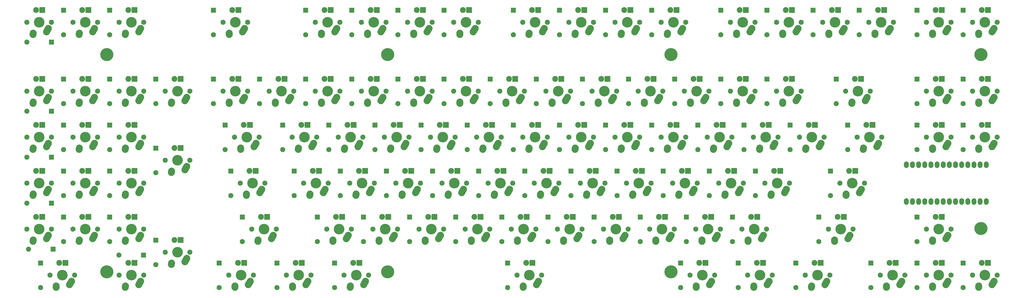
<source format=gbs>
G04 #@! TF.FileFunction,Soldermask,Bot*
%FSLAX46Y46*%
G04 Gerber Fmt 4.6, Leading zero omitted, Abs format (unit mm)*
G04 Created by KiCad (PCBNEW 4.0.2-stable) date Monday, June 06, 2016 'PMt' 04:27:19 PM*
%MOMM*%
G01*
G04 APERTURE LIST*
%ADD10C,0.150000*%
%ADD11C,5.400000*%
%ADD12C,2.099260*%
%ADD13R,2.099260X2.099260*%
%ADD14C,4.387810*%
%ADD15C,2.101810*%
%ADD16C,2.900000*%
%ADD17R,2.400000X2.400000*%
%ADD18C,2.400000*%
%ADD19O,2.000000X2.700000*%
G04 APERTURE END LIST*
D10*
D11*
X299000000Y-132000000D03*
D12*
X286277540Y-119460520D03*
D13*
X286277540Y-109300520D03*
D11*
X427000000Y-42000000D03*
X299000000Y-42000000D03*
X427000000Y-114000000D03*
X182000000Y-132000000D03*
X182000000Y-42000000D03*
D12*
X419627540Y-138510520D03*
D13*
X419627540Y-128350520D03*
D14*
X428625000Y-133350000D03*
D15*
X433705000Y-133350000D03*
X423545000Y-133350000D03*
D16*
X431624547Y-137349954D02*
X432435453Y-135890046D01*
X426085276Y-138429328D02*
X426124724Y-137850672D01*
D17*
X429895000Y-128270000D03*
D18*
X427355000Y-128270000D03*
D12*
X400577540Y-138510520D03*
D13*
X400577540Y-128350520D03*
D14*
X409575000Y-133350000D03*
D15*
X414655000Y-133350000D03*
X404495000Y-133350000D03*
D16*
X412574547Y-137349954D02*
X413385453Y-135890046D01*
X407035276Y-138429328D02*
X407074724Y-137850672D01*
D17*
X410845000Y-128270000D03*
D18*
X408305000Y-128270000D03*
D12*
X381527540Y-138510520D03*
D13*
X381527540Y-128350520D03*
D14*
X390525000Y-133350000D03*
D15*
X395605000Y-133350000D03*
X385445000Y-133350000D03*
D16*
X393524547Y-137349954D02*
X394335453Y-135890046D01*
X387985276Y-138429328D02*
X388024724Y-137850672D01*
D17*
X391795000Y-128270000D03*
D18*
X389255000Y-128270000D03*
D12*
X350571290Y-138510520D03*
D13*
X350571290Y-128350520D03*
D14*
X359568750Y-133350000D03*
D15*
X364648750Y-133350000D03*
X354488750Y-133350000D03*
D16*
X362568297Y-137349954D02*
X363379203Y-135890046D01*
X357029026Y-138429328D02*
X357068474Y-137850672D01*
D17*
X360838750Y-128270000D03*
D18*
X358298750Y-128270000D03*
D12*
X326758790Y-138510520D03*
D13*
X326758790Y-128350520D03*
D14*
X335756250Y-133350000D03*
D15*
X340836250Y-133350000D03*
X330676250Y-133350000D03*
D16*
X338755797Y-137349954D02*
X339566703Y-135890046D01*
X333216526Y-138429328D02*
X333255974Y-137850672D01*
D17*
X337026250Y-128270000D03*
D18*
X334486250Y-128270000D03*
D12*
X303000000Y-138510520D03*
D13*
X303000000Y-128350520D03*
D14*
X311943750Y-133350000D03*
D15*
X317023750Y-133350000D03*
X306863750Y-133350000D03*
D16*
X314943297Y-137349954D02*
X315754203Y-135890046D01*
X309404026Y-138429328D02*
X309443474Y-137850672D01*
D17*
X313213750Y-128270000D03*
D18*
X310673750Y-128270000D03*
D12*
X231508790Y-138510520D03*
D13*
X231508790Y-128350520D03*
D14*
X240506250Y-133350000D03*
D15*
X245586250Y-133350000D03*
X235426250Y-133350000D03*
D16*
X243505797Y-137349954D02*
X244316703Y-135890046D01*
X237966526Y-138429328D02*
X238005974Y-137850672D01*
D17*
X241776250Y-128270000D03*
D18*
X239236250Y-128270000D03*
D12*
X160071290Y-138510520D03*
D13*
X160071290Y-128350520D03*
D14*
X169068750Y-133350000D03*
D15*
X174148750Y-133350000D03*
X163988750Y-133350000D03*
D16*
X172068297Y-137349954D02*
X172879203Y-135890046D01*
X166529026Y-138429328D02*
X166568474Y-137850672D01*
D17*
X170338750Y-128270000D03*
D18*
X167798750Y-128270000D03*
D12*
X136258790Y-138510520D03*
D13*
X136258790Y-128350520D03*
D14*
X145256250Y-133350000D03*
D15*
X150336250Y-133350000D03*
X140176250Y-133350000D03*
D16*
X148255797Y-137349954D02*
X149066703Y-135890046D01*
X142716526Y-138429328D02*
X142755974Y-137850672D01*
D17*
X146526250Y-128270000D03*
D18*
X143986250Y-128270000D03*
D12*
X112446290Y-138510520D03*
D13*
X112446290Y-128350520D03*
D14*
X121443750Y-133350000D03*
D15*
X126523750Y-133350000D03*
X116363750Y-133350000D03*
D16*
X124443297Y-137349954D02*
X125254203Y-135890046D01*
X118904026Y-138429328D02*
X118943474Y-137850672D01*
D17*
X122713750Y-128270000D03*
D18*
X120173750Y-128270000D03*
D12*
X71000000Y-125000000D03*
D13*
X81160000Y-125000000D03*
D14*
X76200000Y-133350000D03*
D15*
X81280000Y-133350000D03*
X71120000Y-133350000D03*
D16*
X79199547Y-137349954D02*
X80010453Y-135890046D01*
X73660276Y-138429328D02*
X73699724Y-137850672D01*
D17*
X77470000Y-128270000D03*
D18*
X74930000Y-128270000D03*
D12*
X38627540Y-138510520D03*
D13*
X38627540Y-128350520D03*
D14*
X47625000Y-133350000D03*
D15*
X52705000Y-133350000D03*
X42545000Y-133350000D03*
D16*
X50624547Y-137349954D02*
X51435453Y-135890046D01*
X45085276Y-138429328D02*
X45124724Y-137850672D01*
D17*
X48895000Y-128270000D03*
D18*
X46355000Y-128270000D03*
D12*
X400577540Y-119460520D03*
D13*
X400577540Y-109300520D03*
D14*
X409575000Y-114300000D03*
D15*
X414655000Y-114300000D03*
X404495000Y-114300000D03*
D16*
X412574547Y-118299954D02*
X413385453Y-116840046D01*
X407035276Y-119379328D02*
X407074724Y-118800672D01*
D17*
X410845000Y-109220000D03*
D18*
X408305000Y-109220000D03*
D12*
X360096290Y-119460520D03*
D13*
X360096290Y-109300520D03*
D14*
X369093750Y-114300000D03*
D15*
X374173750Y-114300000D03*
X364013750Y-114300000D03*
D16*
X372093297Y-118299954D02*
X372904203Y-116840046D01*
X366554026Y-119379328D02*
X366593474Y-118800672D01*
D17*
X370363750Y-109220000D03*
D18*
X367823750Y-109220000D03*
D12*
X324377540Y-119460520D03*
D13*
X324377540Y-109300520D03*
D14*
X333375000Y-114300000D03*
D15*
X338455000Y-114300000D03*
X328295000Y-114300000D03*
D16*
X336374547Y-118299954D02*
X337185453Y-116840046D01*
X330835276Y-119379328D02*
X330874724Y-118800672D01*
D17*
X334645000Y-109220000D03*
D18*
X332105000Y-109220000D03*
D12*
X305327540Y-119460520D03*
D13*
X305327540Y-109300520D03*
D14*
X314325000Y-114300000D03*
D15*
X319405000Y-114300000D03*
X309245000Y-114300000D03*
D16*
X317324547Y-118299954D02*
X318135453Y-116840046D01*
X311785276Y-119379328D02*
X311824724Y-118800672D01*
D17*
X315595000Y-109220000D03*
D18*
X313055000Y-109220000D03*
D14*
X295275000Y-114300000D03*
D15*
X300355000Y-114300000D03*
X290195000Y-114300000D03*
D16*
X298274547Y-118299954D02*
X299085453Y-116840046D01*
X292735276Y-119379328D02*
X292774724Y-118800672D01*
D17*
X296545000Y-109220000D03*
D18*
X294005000Y-109220000D03*
D12*
X267227540Y-119460520D03*
D13*
X267227540Y-109300520D03*
D14*
X276225000Y-114300000D03*
D15*
X281305000Y-114300000D03*
X271145000Y-114300000D03*
D16*
X279224547Y-118299954D02*
X280035453Y-116840046D01*
X273685276Y-119379328D02*
X273724724Y-118800672D01*
D17*
X277495000Y-109220000D03*
D18*
X274955000Y-109220000D03*
D12*
X248177540Y-119460520D03*
D13*
X248177540Y-109300520D03*
D14*
X257175000Y-114300000D03*
D15*
X262255000Y-114300000D03*
X252095000Y-114300000D03*
D16*
X260174547Y-118299954D02*
X260985453Y-116840046D01*
X254635276Y-119379328D02*
X254674724Y-118800672D01*
D17*
X258445000Y-109220000D03*
D18*
X255905000Y-109220000D03*
D12*
X229127540Y-119460520D03*
D13*
X229127540Y-109300520D03*
D14*
X238125000Y-114300000D03*
D15*
X243205000Y-114300000D03*
X233045000Y-114300000D03*
D16*
X241124547Y-118299954D02*
X241935453Y-116840046D01*
X235585276Y-119379328D02*
X235624724Y-118800672D01*
D17*
X239395000Y-109220000D03*
D18*
X236855000Y-109220000D03*
D12*
X210077540Y-119460520D03*
D13*
X210077540Y-109300520D03*
D14*
X219075000Y-114300000D03*
D15*
X224155000Y-114300000D03*
X213995000Y-114300000D03*
D16*
X222074547Y-118299954D02*
X222885453Y-116840046D01*
X216535276Y-119379328D02*
X216574724Y-118800672D01*
D17*
X220345000Y-109220000D03*
D18*
X217805000Y-109220000D03*
D12*
X191027540Y-119460520D03*
D13*
X191027540Y-109300520D03*
D14*
X200025000Y-114300000D03*
D15*
X205105000Y-114300000D03*
X194945000Y-114300000D03*
D16*
X203024547Y-118299954D02*
X203835453Y-116840046D01*
X197485276Y-119379328D02*
X197524724Y-118800672D01*
D17*
X201295000Y-109220000D03*
D18*
X198755000Y-109220000D03*
D12*
X171977540Y-119460520D03*
D13*
X171977540Y-109300520D03*
D14*
X180975000Y-114300000D03*
D15*
X186055000Y-114300000D03*
X175895000Y-114300000D03*
D16*
X183974547Y-118299954D02*
X184785453Y-116840046D01*
X178435276Y-119379328D02*
X178474724Y-118800672D01*
D17*
X182245000Y-109220000D03*
D18*
X179705000Y-109220000D03*
D12*
X152927540Y-119460520D03*
D13*
X152927540Y-109300520D03*
D14*
X161925000Y-114300000D03*
D15*
X167005000Y-114300000D03*
X156845000Y-114300000D03*
D16*
X164924547Y-118299954D02*
X165735453Y-116840046D01*
X159385276Y-119379328D02*
X159424724Y-118800672D01*
D17*
X163195000Y-109220000D03*
D18*
X160655000Y-109220000D03*
D12*
X121971290Y-119460520D03*
D13*
X121971290Y-109300520D03*
D14*
X130968750Y-114300000D03*
D15*
X136048750Y-114300000D03*
X125888750Y-114300000D03*
D16*
X133968297Y-118299954D02*
X134779203Y-116840046D01*
X128429026Y-119379328D02*
X128468474Y-118800672D01*
D17*
X132238750Y-109220000D03*
D18*
X129698750Y-109220000D03*
D12*
X86252540Y-128985520D03*
D13*
X86252540Y-118825520D03*
D14*
X95250000Y-123825000D03*
D15*
X100330000Y-123825000D03*
X90170000Y-123825000D03*
D16*
X98249547Y-127824954D02*
X99060453Y-126365046D01*
X92710276Y-128904328D02*
X92749724Y-128325672D01*
D17*
X96520000Y-118745000D03*
D18*
X93980000Y-118745000D03*
D12*
X67202540Y-119460520D03*
D13*
X67202540Y-109300520D03*
D14*
X76200000Y-114300000D03*
D15*
X81280000Y-114300000D03*
X71120000Y-114300000D03*
D16*
X79199547Y-118299954D02*
X80010453Y-116840046D01*
X73660276Y-119379328D02*
X73699724Y-118800672D01*
D17*
X77470000Y-109220000D03*
D18*
X74930000Y-109220000D03*
D12*
X48152540Y-119460520D03*
D13*
X48152540Y-109300520D03*
D14*
X57150000Y-114300000D03*
D15*
X62230000Y-114300000D03*
X52070000Y-114300000D03*
D16*
X60149547Y-118299954D02*
X60960453Y-116840046D01*
X54610276Y-119379328D02*
X54649724Y-118800672D01*
D17*
X58420000Y-109220000D03*
D18*
X55880000Y-109220000D03*
D12*
X33655000Y-122555000D03*
D13*
X43815000Y-122555000D03*
D14*
X38100000Y-114300000D03*
D15*
X43180000Y-114300000D03*
X33020000Y-114300000D03*
D16*
X41099547Y-118299954D02*
X41910453Y-116840046D01*
X35560276Y-119379328D02*
X35599724Y-118800672D01*
D17*
X39370000Y-109220000D03*
D18*
X36830000Y-109220000D03*
D12*
X364858790Y-100410520D03*
D13*
X364858790Y-90250520D03*
D14*
X373856250Y-95250000D03*
D15*
X378936250Y-95250000D03*
X368776250Y-95250000D03*
D16*
X376855797Y-99249954D02*
X377666703Y-97790046D01*
X371316526Y-100329328D02*
X371355974Y-99750672D01*
D17*
X375126250Y-90170000D03*
D18*
X372586250Y-90170000D03*
D12*
X333902540Y-100410520D03*
D13*
X333902540Y-90250520D03*
D14*
X342900000Y-95250000D03*
D15*
X347980000Y-95250000D03*
X337820000Y-95250000D03*
D16*
X345899547Y-99249954D02*
X346710453Y-97790046D01*
X340360276Y-100329328D02*
X340399724Y-99750672D01*
D17*
X344170000Y-90170000D03*
D18*
X341630000Y-90170000D03*
D12*
X314852540Y-100410520D03*
D13*
X314852540Y-90250520D03*
D14*
X323850000Y-95250000D03*
D15*
X328930000Y-95250000D03*
X318770000Y-95250000D03*
D16*
X326849547Y-99249954D02*
X327660453Y-97790046D01*
X321310276Y-100329328D02*
X321349724Y-99750672D01*
D17*
X325120000Y-90170000D03*
D18*
X322580000Y-90170000D03*
D12*
X295802540Y-100410520D03*
D13*
X295802540Y-90250520D03*
D14*
X304800000Y-95250000D03*
D15*
X309880000Y-95250000D03*
X299720000Y-95250000D03*
D16*
X307799547Y-99249954D02*
X308610453Y-97790046D01*
X302260276Y-100329328D02*
X302299724Y-99750672D01*
D17*
X306070000Y-90170000D03*
D18*
X303530000Y-90170000D03*
D12*
X276752540Y-100410520D03*
D13*
X276752540Y-90250520D03*
D14*
X285750000Y-95250000D03*
D15*
X290830000Y-95250000D03*
X280670000Y-95250000D03*
D16*
X288749547Y-99249954D02*
X289560453Y-97790046D01*
X283210276Y-100329328D02*
X283249724Y-99750672D01*
D17*
X287020000Y-90170000D03*
D18*
X284480000Y-90170000D03*
D12*
X257702540Y-100410520D03*
D13*
X257702540Y-90250520D03*
D14*
X266700000Y-95250000D03*
D15*
X271780000Y-95250000D03*
X261620000Y-95250000D03*
D16*
X269699547Y-99249954D02*
X270510453Y-97790046D01*
X264160276Y-100329328D02*
X264199724Y-99750672D01*
D17*
X267970000Y-90170000D03*
D18*
X265430000Y-90170000D03*
D12*
X238652540Y-100410520D03*
D13*
X238652540Y-90250520D03*
D14*
X247650000Y-95250000D03*
D15*
X252730000Y-95250000D03*
X242570000Y-95250000D03*
D16*
X250649547Y-99249954D02*
X251460453Y-97790046D01*
X245110276Y-100329328D02*
X245149724Y-99750672D01*
D17*
X248920000Y-90170000D03*
D18*
X246380000Y-90170000D03*
D12*
X219602540Y-100410520D03*
D13*
X219602540Y-90250520D03*
D14*
X228600000Y-95250000D03*
D15*
X233680000Y-95250000D03*
X223520000Y-95250000D03*
D16*
X231599547Y-99249954D02*
X232410453Y-97790046D01*
X226060276Y-100329328D02*
X226099724Y-99750672D01*
D17*
X229870000Y-90170000D03*
D18*
X227330000Y-90170000D03*
D12*
X200552540Y-100410520D03*
D13*
X200552540Y-90250520D03*
D14*
X209550000Y-95250000D03*
D15*
X214630000Y-95250000D03*
X204470000Y-95250000D03*
D16*
X212549547Y-99249954D02*
X213360453Y-97790046D01*
X207010276Y-100329328D02*
X207049724Y-99750672D01*
D17*
X210820000Y-90170000D03*
D18*
X208280000Y-90170000D03*
D12*
X181502540Y-100410520D03*
D13*
X181502540Y-90250520D03*
D14*
X190500000Y-95250000D03*
D15*
X195580000Y-95250000D03*
X185420000Y-95250000D03*
D16*
X193499547Y-99249954D02*
X194310453Y-97790046D01*
X187960276Y-100329328D02*
X187999724Y-99750672D01*
D17*
X191770000Y-90170000D03*
D18*
X189230000Y-90170000D03*
D12*
X162452540Y-100410520D03*
D13*
X162452540Y-90250520D03*
D14*
X171450000Y-95250000D03*
D15*
X176530000Y-95250000D03*
X166370000Y-95250000D03*
D16*
X174449547Y-99249954D02*
X175260453Y-97790046D01*
X168910276Y-100329328D02*
X168949724Y-99750672D01*
D17*
X172720000Y-90170000D03*
D18*
X170180000Y-90170000D03*
D12*
X143402540Y-100410520D03*
D13*
X143402540Y-90250520D03*
D14*
X152400000Y-95250000D03*
D15*
X157480000Y-95250000D03*
X147320000Y-95250000D03*
D16*
X155399547Y-99249954D02*
X156210453Y-97790046D01*
X149860276Y-100329328D02*
X149899724Y-99750672D01*
D17*
X153670000Y-90170000D03*
D18*
X151130000Y-90170000D03*
D12*
X117208790Y-100410520D03*
D13*
X117208790Y-90250520D03*
D14*
X126206250Y-95250000D03*
D15*
X131286250Y-95250000D03*
X121126250Y-95250000D03*
D16*
X129205797Y-99249954D02*
X130016703Y-97790046D01*
X123666526Y-100329328D02*
X123705974Y-99750672D01*
D17*
X127476250Y-90170000D03*
D18*
X124936250Y-90170000D03*
D12*
X67202540Y-100410520D03*
D13*
X67202540Y-90250520D03*
D14*
X76200000Y-95250000D03*
D15*
X81280000Y-95250000D03*
X71120000Y-95250000D03*
D16*
X79199547Y-99249954D02*
X80010453Y-97790046D01*
X73660276Y-100329328D02*
X73699724Y-99750672D01*
D17*
X77470000Y-90170000D03*
D18*
X74930000Y-90170000D03*
D12*
X48152540Y-100410520D03*
D13*
X48152540Y-90250520D03*
D14*
X57150000Y-95250000D03*
D15*
X62230000Y-95250000D03*
X52070000Y-95250000D03*
D16*
X60149547Y-99249954D02*
X60960453Y-97790046D01*
X54610276Y-100329328D02*
X54649724Y-99750672D01*
D17*
X58420000Y-90170000D03*
D18*
X55880000Y-90170000D03*
D12*
X33020000Y-103505000D03*
D13*
X43180000Y-103505000D03*
D14*
X38100000Y-95250000D03*
D15*
X43180000Y-95250000D03*
X33020000Y-95250000D03*
D16*
X41099547Y-99249954D02*
X41910453Y-97790046D01*
X35560276Y-100329328D02*
X35599724Y-99750672D01*
D17*
X39370000Y-90170000D03*
D18*
X36830000Y-90170000D03*
D12*
X419627540Y-81360520D03*
D13*
X419627540Y-71200520D03*
D14*
X428625000Y-76200000D03*
D15*
X433705000Y-76200000D03*
X423545000Y-76200000D03*
D16*
X431624547Y-80199954D02*
X432435453Y-78740046D01*
X426085276Y-81279328D02*
X426124724Y-80700672D01*
D17*
X429895000Y-71120000D03*
D18*
X427355000Y-71120000D03*
D12*
X400577540Y-81360520D03*
D13*
X400577540Y-71200520D03*
D14*
X409575000Y-76200000D03*
D15*
X414655000Y-76200000D03*
X404495000Y-76200000D03*
D16*
X412574547Y-80199954D02*
X413385453Y-78740046D01*
X407035276Y-81279328D02*
X407074724Y-80700672D01*
D17*
X410845000Y-71120000D03*
D18*
X408305000Y-71120000D03*
D12*
X372002540Y-81360520D03*
D13*
X372002540Y-71200520D03*
D14*
X381000000Y-76200000D03*
D15*
X386080000Y-76200000D03*
X375920000Y-76200000D03*
D16*
X383999547Y-80199954D02*
X384810453Y-78740046D01*
X378460276Y-81279328D02*
X378499724Y-80700672D01*
D17*
X382270000Y-71120000D03*
D18*
X379730000Y-71120000D03*
D12*
X348190040Y-81360520D03*
D13*
X348190040Y-71200520D03*
D14*
X357187500Y-76200000D03*
D15*
X362267500Y-76200000D03*
X352107500Y-76200000D03*
D16*
X360187047Y-80199954D02*
X360997953Y-78740046D01*
X354647776Y-81279328D02*
X354687224Y-80700672D01*
D17*
X358457500Y-71120000D03*
D18*
X355917500Y-71120000D03*
D12*
X329140040Y-81360520D03*
D13*
X329140040Y-71200520D03*
D14*
X338137500Y-76200000D03*
D15*
X343217500Y-76200000D03*
X333057500Y-76200000D03*
D16*
X341137047Y-80199954D02*
X341947953Y-78740046D01*
X335597776Y-81279328D02*
X335637224Y-80700672D01*
D17*
X339407500Y-71120000D03*
D18*
X336867500Y-71120000D03*
D12*
X310090040Y-81360520D03*
D13*
X310090040Y-71200520D03*
D14*
X319087500Y-76200000D03*
D15*
X324167500Y-76200000D03*
X314007500Y-76200000D03*
D16*
X322087047Y-80199954D02*
X322897953Y-78740046D01*
X316547776Y-81279328D02*
X316587224Y-80700672D01*
D17*
X320357500Y-71120000D03*
D18*
X317817500Y-71120000D03*
D12*
X291040040Y-81360520D03*
D13*
X291040040Y-71200520D03*
D14*
X300037500Y-76200000D03*
D15*
X305117500Y-76200000D03*
X294957500Y-76200000D03*
D16*
X303037047Y-80199954D02*
X303847953Y-78740046D01*
X297497776Y-81279328D02*
X297537224Y-80700672D01*
D17*
X301307500Y-71120000D03*
D18*
X298767500Y-71120000D03*
D12*
X271990040Y-81360520D03*
D13*
X271990040Y-71200520D03*
D14*
X280987500Y-76200000D03*
D15*
X286067500Y-76200000D03*
X275907500Y-76200000D03*
D16*
X283987047Y-80199954D02*
X284797953Y-78740046D01*
X278447776Y-81279328D02*
X278487224Y-80700672D01*
D17*
X282257500Y-71120000D03*
D18*
X279717500Y-71120000D03*
D12*
X252940040Y-81360520D03*
D13*
X252940040Y-71200520D03*
D14*
X261937500Y-76200000D03*
D15*
X267017500Y-76200000D03*
X256857500Y-76200000D03*
D16*
X264937047Y-80199954D02*
X265747953Y-78740046D01*
X259397776Y-81279328D02*
X259437224Y-80700672D01*
D17*
X263207500Y-71120000D03*
D18*
X260667500Y-71120000D03*
D12*
X233890040Y-81360520D03*
D13*
X233890040Y-71200520D03*
D14*
X242887500Y-76200000D03*
D15*
X247967500Y-76200000D03*
X237807500Y-76200000D03*
D16*
X245887047Y-80199954D02*
X246697953Y-78740046D01*
X240347776Y-81279328D02*
X240387224Y-80700672D01*
D17*
X244157500Y-71120000D03*
D18*
X241617500Y-71120000D03*
D12*
X214840040Y-81360520D03*
D13*
X214840040Y-71200520D03*
D14*
X223837500Y-76200000D03*
D15*
X228917500Y-76200000D03*
X218757500Y-76200000D03*
D16*
X226837047Y-80199954D02*
X227647953Y-78740046D01*
X221297776Y-81279328D02*
X221337224Y-80700672D01*
D17*
X225107500Y-71120000D03*
D18*
X222567500Y-71120000D03*
D12*
X195790040Y-81360520D03*
D13*
X195790040Y-71200520D03*
D14*
X204787500Y-76200000D03*
D15*
X209867500Y-76200000D03*
X199707500Y-76200000D03*
D16*
X207787047Y-80199954D02*
X208597953Y-78740046D01*
X202247776Y-81279328D02*
X202287224Y-80700672D01*
D17*
X206057500Y-71120000D03*
D18*
X203517500Y-71120000D03*
D12*
X176740040Y-81360520D03*
D13*
X176740040Y-71200520D03*
D14*
X185737500Y-76200000D03*
D15*
X190817500Y-76200000D03*
X180657500Y-76200000D03*
D16*
X188737047Y-80199954D02*
X189547953Y-78740046D01*
X183197776Y-81279328D02*
X183237224Y-80700672D01*
D17*
X187007500Y-71120000D03*
D18*
X184467500Y-71120000D03*
D12*
X157690040Y-81360520D03*
D13*
X157690040Y-71200520D03*
D14*
X166687500Y-76200000D03*
D15*
X171767500Y-76200000D03*
X161607500Y-76200000D03*
D16*
X169687047Y-80199954D02*
X170497953Y-78740046D01*
X164147776Y-81279328D02*
X164187224Y-80700672D01*
D17*
X167957500Y-71120000D03*
D18*
X165417500Y-71120000D03*
D12*
X138640040Y-81360520D03*
D13*
X138640040Y-71200520D03*
D14*
X147637500Y-76200000D03*
D15*
X152717500Y-76200000D03*
X142557500Y-76200000D03*
D16*
X150637047Y-80199954D02*
X151447953Y-78740046D01*
X145097776Y-81279328D02*
X145137224Y-80700672D01*
D17*
X148907500Y-71120000D03*
D18*
X146367500Y-71120000D03*
D12*
X114827540Y-81360520D03*
D13*
X114827540Y-71200520D03*
D14*
X123825000Y-76200000D03*
D15*
X128905000Y-76200000D03*
X118745000Y-76200000D03*
D16*
X126824547Y-80199954D02*
X127635453Y-78740046D01*
X121285276Y-81279328D02*
X121324724Y-80700672D01*
D17*
X125095000Y-71120000D03*
D18*
X122555000Y-71120000D03*
D12*
X86252540Y-90885520D03*
D13*
X86252540Y-80725520D03*
D14*
X95250000Y-85725000D03*
D15*
X100330000Y-85725000D03*
X90170000Y-85725000D03*
D16*
X98249547Y-89724954D02*
X99060453Y-88265046D01*
X92710276Y-90804328D02*
X92749724Y-90225672D01*
D17*
X96520000Y-80645000D03*
D18*
X93980000Y-80645000D03*
D12*
X67202540Y-81360520D03*
D13*
X67202540Y-71200520D03*
D14*
X76200000Y-76200000D03*
D15*
X81280000Y-76200000D03*
X71120000Y-76200000D03*
D16*
X79199547Y-80199954D02*
X80010453Y-78740046D01*
X73660276Y-81279328D02*
X73699724Y-80700672D01*
D17*
X77470000Y-71120000D03*
D18*
X74930000Y-71120000D03*
D12*
X48152540Y-81360520D03*
D13*
X48152540Y-71200520D03*
D14*
X57150000Y-76200000D03*
D15*
X62230000Y-76200000D03*
X52070000Y-76200000D03*
D16*
X60149547Y-80199954D02*
X60960453Y-78740046D01*
X54610276Y-81279328D02*
X54649724Y-80700672D01*
D17*
X58420000Y-71120000D03*
D18*
X55880000Y-71120000D03*
D12*
X33020000Y-84455000D03*
D13*
X43180000Y-84455000D03*
D14*
X38100000Y-76200000D03*
D15*
X43180000Y-76200000D03*
X33020000Y-76200000D03*
D16*
X41099547Y-80199954D02*
X41910453Y-78740046D01*
X35560276Y-81279328D02*
X35599724Y-80700672D01*
D17*
X39370000Y-71120000D03*
D18*
X36830000Y-71120000D03*
D12*
X419627540Y-62310520D03*
D13*
X419627540Y-52150520D03*
D14*
X428625000Y-57150000D03*
D15*
X433705000Y-57150000D03*
X423545000Y-57150000D03*
D16*
X431624547Y-61149954D02*
X432435453Y-59690046D01*
X426085276Y-62229328D02*
X426124724Y-61650672D01*
D17*
X429895000Y-52070000D03*
D18*
X427355000Y-52070000D03*
D12*
X400577540Y-62310520D03*
D13*
X400577540Y-52150520D03*
D14*
X409575000Y-57150000D03*
D15*
X414655000Y-57150000D03*
X404495000Y-57150000D03*
D16*
X412574547Y-61149954D02*
X413385453Y-59690046D01*
X407035276Y-62229328D02*
X407074724Y-61650672D01*
D17*
X410845000Y-52070000D03*
D18*
X408305000Y-52070000D03*
D12*
X367240040Y-62310520D03*
D13*
X367240040Y-52150520D03*
D14*
X376237500Y-57150000D03*
D15*
X381317500Y-57150000D03*
X371157500Y-57150000D03*
D16*
X379237047Y-61149954D02*
X380047953Y-59690046D01*
X373697776Y-62229328D02*
X373737224Y-61650672D01*
D17*
X377507500Y-52070000D03*
D18*
X374967500Y-52070000D03*
D12*
X338665040Y-62310520D03*
D13*
X338665040Y-52150520D03*
D14*
X347662500Y-57150000D03*
D15*
X352742500Y-57150000D03*
X342582500Y-57150000D03*
D16*
X350662047Y-61149954D02*
X351472953Y-59690046D01*
X345122776Y-62229328D02*
X345162224Y-61650672D01*
D17*
X348932500Y-52070000D03*
D18*
X346392500Y-52070000D03*
D12*
X319615040Y-62310520D03*
D13*
X319615040Y-52150520D03*
D14*
X328612500Y-57150000D03*
D15*
X333692500Y-57150000D03*
X323532500Y-57150000D03*
D16*
X331612047Y-61149954D02*
X332422953Y-59690046D01*
X326072776Y-62229328D02*
X326112224Y-61650672D01*
D17*
X329882500Y-52070000D03*
D18*
X327342500Y-52070000D03*
D12*
X300565040Y-62310520D03*
D13*
X300565040Y-52150520D03*
D14*
X309562500Y-57150000D03*
D15*
X314642500Y-57150000D03*
X304482500Y-57150000D03*
D16*
X312562047Y-61149954D02*
X313372953Y-59690046D01*
X307022776Y-62229328D02*
X307062224Y-61650672D01*
D17*
X310832500Y-52070000D03*
D18*
X308292500Y-52070000D03*
D12*
X281515040Y-62310520D03*
D13*
X281515040Y-52150520D03*
D14*
X290512500Y-57150000D03*
D15*
X295592500Y-57150000D03*
X285432500Y-57150000D03*
D16*
X293512047Y-61149954D02*
X294322953Y-59690046D01*
X287972776Y-62229328D02*
X288012224Y-61650672D01*
D17*
X291782500Y-52070000D03*
D18*
X289242500Y-52070000D03*
D12*
X262465040Y-62310520D03*
D13*
X262465040Y-52150520D03*
D14*
X271462500Y-57150000D03*
D15*
X276542500Y-57150000D03*
X266382500Y-57150000D03*
D16*
X274462047Y-61149954D02*
X275272953Y-59690046D01*
X268922776Y-62229328D02*
X268962224Y-61650672D01*
D17*
X272732500Y-52070000D03*
D18*
X270192500Y-52070000D03*
D12*
X243415040Y-62310520D03*
D13*
X243415040Y-52150520D03*
D14*
X252412500Y-57150000D03*
D15*
X257492500Y-57150000D03*
X247332500Y-57150000D03*
D16*
X255412047Y-61149954D02*
X256222953Y-59690046D01*
X249872776Y-62229328D02*
X249912224Y-61650672D01*
D17*
X253682500Y-52070000D03*
D18*
X251142500Y-52070000D03*
D12*
X224365040Y-62310520D03*
D13*
X224365040Y-52150520D03*
D14*
X233362500Y-57150000D03*
D15*
X238442500Y-57150000D03*
X228282500Y-57150000D03*
D16*
X236362047Y-61149954D02*
X237172953Y-59690046D01*
X230822776Y-62229328D02*
X230862224Y-61650672D01*
D17*
X234632500Y-52070000D03*
D18*
X232092500Y-52070000D03*
D12*
X205315040Y-62310520D03*
D13*
X205315040Y-52150520D03*
D14*
X214312500Y-57150000D03*
D15*
X219392500Y-57150000D03*
X209232500Y-57150000D03*
D16*
X217312047Y-61149954D02*
X218122953Y-59690046D01*
X211772776Y-62229328D02*
X211812224Y-61650672D01*
D17*
X215582500Y-52070000D03*
D18*
X213042500Y-52070000D03*
D12*
X186265040Y-62310520D03*
D13*
X186265040Y-52150520D03*
D14*
X195262500Y-57150000D03*
D15*
X200342500Y-57150000D03*
X190182500Y-57150000D03*
D16*
X198262047Y-61149954D02*
X199072953Y-59690046D01*
X192722776Y-62229328D02*
X192762224Y-61650672D01*
D17*
X196532500Y-52070000D03*
D18*
X193992500Y-52070000D03*
D12*
X167215040Y-62310520D03*
D13*
X167215040Y-52150520D03*
D14*
X176212500Y-57150000D03*
D15*
X181292500Y-57150000D03*
X171132500Y-57150000D03*
D16*
X179212047Y-61149954D02*
X180022953Y-59690046D01*
X173672776Y-62229328D02*
X173712224Y-61650672D01*
D17*
X177482500Y-52070000D03*
D18*
X174942500Y-52070000D03*
D12*
X148165040Y-62310520D03*
D13*
X148165040Y-52150520D03*
D14*
X157162500Y-57150000D03*
D15*
X162242500Y-57150000D03*
X152082500Y-57150000D03*
D16*
X160162047Y-61149954D02*
X160972953Y-59690046D01*
X154622776Y-62229328D02*
X154662224Y-61650672D01*
D17*
X158432500Y-52070000D03*
D18*
X155892500Y-52070000D03*
D12*
X129115040Y-62310520D03*
D13*
X129115040Y-52150520D03*
D14*
X138112500Y-57150000D03*
D15*
X143192500Y-57150000D03*
X133032500Y-57150000D03*
D16*
X141112047Y-61149954D02*
X141922953Y-59690046D01*
X135572776Y-62229328D02*
X135612224Y-61650672D01*
D17*
X139382500Y-52070000D03*
D18*
X136842500Y-52070000D03*
D12*
X110065040Y-62310520D03*
D13*
X110065040Y-52150520D03*
D14*
X119062500Y-57150000D03*
D15*
X124142500Y-57150000D03*
X113982500Y-57150000D03*
D16*
X122062047Y-61149954D02*
X122872953Y-59690046D01*
X116522776Y-62229328D02*
X116562224Y-61650672D01*
D17*
X120332500Y-52070000D03*
D18*
X117792500Y-52070000D03*
D12*
X86252540Y-62310520D03*
D13*
X86252540Y-52150520D03*
D14*
X95250000Y-57150000D03*
D15*
X100330000Y-57150000D03*
X90170000Y-57150000D03*
D16*
X98249547Y-61149954D02*
X99060453Y-59690046D01*
X92710276Y-62229328D02*
X92749724Y-61650672D01*
D17*
X96520000Y-52070000D03*
D18*
X93980000Y-52070000D03*
D12*
X67202540Y-62310520D03*
D13*
X67202540Y-52150520D03*
D14*
X76200000Y-57150000D03*
D15*
X81280000Y-57150000D03*
X71120000Y-57150000D03*
D16*
X79199547Y-61149954D02*
X80010453Y-59690046D01*
X73660276Y-62229328D02*
X73699724Y-61650672D01*
D17*
X77470000Y-52070000D03*
D18*
X74930000Y-52070000D03*
D12*
X48152540Y-62310520D03*
D13*
X48152540Y-52150520D03*
D14*
X57150000Y-57150000D03*
D15*
X62230000Y-57150000D03*
X52070000Y-57150000D03*
D16*
X60149547Y-61149954D02*
X60960453Y-59690046D01*
X54610276Y-62229328D02*
X54649724Y-61650672D01*
D17*
X58420000Y-52070000D03*
D18*
X55880000Y-52070000D03*
D12*
X33020000Y-65405000D03*
D13*
X43180000Y-65405000D03*
D14*
X38100000Y-57150000D03*
D15*
X43180000Y-57150000D03*
X33020000Y-57150000D03*
D16*
X41099547Y-61149954D02*
X41910453Y-59690046D01*
X35560276Y-62229328D02*
X35599724Y-61650672D01*
D17*
X39370000Y-52070000D03*
D18*
X36830000Y-52070000D03*
D12*
X419627540Y-33735520D03*
D13*
X419627540Y-23575520D03*
D14*
X428625000Y-28575000D03*
D15*
X433705000Y-28575000D03*
X423545000Y-28575000D03*
D16*
X431624547Y-32574954D02*
X432435453Y-31115046D01*
X426085276Y-33654328D02*
X426124724Y-33075672D01*
D17*
X429895000Y-23495000D03*
D18*
X427355000Y-23495000D03*
D12*
X400577540Y-33735520D03*
D13*
X400577540Y-23575520D03*
D14*
X409575000Y-28575000D03*
D15*
X414655000Y-28575000D03*
X404495000Y-28575000D03*
D16*
X412574547Y-32574954D02*
X413385453Y-31115046D01*
X407035276Y-33654328D02*
X407074724Y-33075672D01*
D17*
X410845000Y-23495000D03*
D18*
X408305000Y-23495000D03*
D12*
X376765040Y-33735520D03*
D13*
X376765040Y-23575520D03*
D14*
X385762500Y-28575000D03*
D15*
X390842500Y-28575000D03*
X380682500Y-28575000D03*
D16*
X388762047Y-32574954D02*
X389572953Y-31115046D01*
X383222776Y-33654328D02*
X383262224Y-33075672D01*
D17*
X387032500Y-23495000D03*
D18*
X384492500Y-23495000D03*
D12*
X357715040Y-33735520D03*
D13*
X357715040Y-23575520D03*
D14*
X366712500Y-28575000D03*
D15*
X371792500Y-28575000D03*
X361632500Y-28575000D03*
D16*
X369712047Y-32574954D02*
X370522953Y-31115046D01*
X364172776Y-33654328D02*
X364212224Y-33075672D01*
D17*
X367982500Y-23495000D03*
D18*
X365442500Y-23495000D03*
D12*
X338665040Y-33735520D03*
D13*
X338665040Y-23575520D03*
D14*
X347662500Y-28575000D03*
D15*
X352742500Y-28575000D03*
X342582500Y-28575000D03*
D16*
X350662047Y-32574954D02*
X351472953Y-31115046D01*
X345122776Y-33654328D02*
X345162224Y-33075672D01*
D17*
X348932500Y-23495000D03*
D18*
X346392500Y-23495000D03*
D12*
X319615040Y-33735520D03*
D13*
X319615040Y-23575520D03*
D14*
X328612500Y-28575000D03*
D15*
X333692500Y-28575000D03*
X323532500Y-28575000D03*
D16*
X331612047Y-32574954D02*
X332422953Y-31115046D01*
X326072776Y-33654328D02*
X326112224Y-33075672D01*
D17*
X329882500Y-23495000D03*
D18*
X327342500Y-23495000D03*
D12*
X291040040Y-33735520D03*
D13*
X291040040Y-23575520D03*
D14*
X300037500Y-28575000D03*
D15*
X305117500Y-28575000D03*
X294957500Y-28575000D03*
D16*
X303037047Y-32574954D02*
X303847953Y-31115046D01*
X297497776Y-33654328D02*
X297537224Y-33075672D01*
D17*
X301307500Y-23495000D03*
D18*
X298767500Y-23495000D03*
D12*
X271990040Y-33735520D03*
D13*
X271990040Y-23575520D03*
D14*
X280987500Y-28575000D03*
D15*
X286067500Y-28575000D03*
X275907500Y-28575000D03*
D16*
X283987047Y-32574954D02*
X284797953Y-31115046D01*
X278447776Y-33654328D02*
X278487224Y-33075672D01*
D17*
X282257500Y-23495000D03*
D18*
X279717500Y-23495000D03*
D12*
X252940040Y-33735520D03*
D13*
X252940040Y-23575520D03*
D14*
X261937500Y-28575000D03*
D15*
X267017500Y-28575000D03*
X256857500Y-28575000D03*
D16*
X264937047Y-32574954D02*
X265747953Y-31115046D01*
X259397776Y-33654328D02*
X259437224Y-33075672D01*
D17*
X263207500Y-23495000D03*
D18*
X260667500Y-23495000D03*
D12*
X233890040Y-33735520D03*
D13*
X233890040Y-23575520D03*
D14*
X242887500Y-28575000D03*
D15*
X247967500Y-28575000D03*
X237807500Y-28575000D03*
D16*
X245887047Y-32574954D02*
X246697953Y-31115046D01*
X240347776Y-33654328D02*
X240387224Y-33075672D01*
D17*
X244157500Y-23495000D03*
D18*
X241617500Y-23495000D03*
D12*
X205315040Y-33735520D03*
D13*
X205315040Y-23575520D03*
D14*
X214312500Y-28575000D03*
D15*
X219392500Y-28575000D03*
X209232500Y-28575000D03*
D16*
X217312047Y-32574954D02*
X218122953Y-31115046D01*
X211772776Y-33654328D02*
X211812224Y-33075672D01*
D17*
X215582500Y-23495000D03*
D18*
X213042500Y-23495000D03*
D12*
X186265040Y-33735520D03*
D13*
X186265040Y-23575520D03*
D14*
X195262500Y-28575000D03*
D15*
X200342500Y-28575000D03*
X190182500Y-28575000D03*
D16*
X198262047Y-32574954D02*
X199072953Y-31115046D01*
X192722776Y-33654328D02*
X192762224Y-33075672D01*
D17*
X196532500Y-23495000D03*
D18*
X193992500Y-23495000D03*
D12*
X167215040Y-33735520D03*
D13*
X167215040Y-23575520D03*
D14*
X176212500Y-28575000D03*
D15*
X181292500Y-28575000D03*
X171132500Y-28575000D03*
D16*
X179212047Y-32574954D02*
X180022953Y-31115046D01*
X173672776Y-33654328D02*
X173712224Y-33075672D01*
D17*
X177482500Y-23495000D03*
D18*
X174942500Y-23495000D03*
D12*
X148165040Y-33735520D03*
D13*
X148165040Y-23575520D03*
D14*
X157162500Y-28575000D03*
D15*
X162242500Y-28575000D03*
X152082500Y-28575000D03*
D16*
X160162047Y-32574954D02*
X160972953Y-31115046D01*
X154622776Y-33654328D02*
X154662224Y-33075672D01*
D17*
X158432500Y-23495000D03*
D18*
X155892500Y-23495000D03*
D12*
X110065040Y-33735520D03*
D13*
X110065040Y-23575520D03*
D14*
X119062500Y-28575000D03*
D15*
X124142500Y-28575000D03*
X113982500Y-28575000D03*
D16*
X122062047Y-32574954D02*
X122872953Y-31115046D01*
X116522776Y-33654328D02*
X116562224Y-33075672D01*
D17*
X120332500Y-23495000D03*
D18*
X117792500Y-23495000D03*
D12*
X67202540Y-33735520D03*
D13*
X67202540Y-23575520D03*
D14*
X76200000Y-28575000D03*
D15*
X81280000Y-28575000D03*
X71120000Y-28575000D03*
D16*
X79199547Y-32574954D02*
X80010453Y-31115046D01*
X73660276Y-33654328D02*
X73699724Y-33075672D01*
D17*
X77470000Y-23495000D03*
D18*
X74930000Y-23495000D03*
D12*
X48152540Y-33735520D03*
D13*
X48152540Y-23575520D03*
D14*
X57150000Y-28575000D03*
D15*
X62230000Y-28575000D03*
X52070000Y-28575000D03*
D16*
X60149547Y-32574954D02*
X60960453Y-31115046D01*
X54610276Y-33654328D02*
X54649724Y-33075672D01*
D17*
X58420000Y-23495000D03*
D18*
X55880000Y-23495000D03*
D12*
X33020000Y-36830000D03*
D13*
X43180000Y-36830000D03*
D14*
X38100000Y-28575000D03*
D15*
X43180000Y-28575000D03*
X33020000Y-28575000D03*
D16*
X41099547Y-32574954D02*
X41910453Y-31115046D01*
X35560276Y-33654328D02*
X35599724Y-33075672D01*
D17*
X39370000Y-23495000D03*
D18*
X36830000Y-23495000D03*
D19*
X396240000Y-102870000D03*
X398780000Y-102870000D03*
X401320000Y-102870000D03*
X403860000Y-102870000D03*
X406400000Y-102870000D03*
X408940000Y-102870000D03*
X411480000Y-102870000D03*
X414020000Y-102870000D03*
X416560000Y-102870000D03*
X419100000Y-102870000D03*
X421640000Y-102870000D03*
X424180000Y-102870000D03*
X426720000Y-102870000D03*
X429260000Y-102870000D03*
X429260000Y-87630000D03*
X426720000Y-87630000D03*
X424180000Y-87630000D03*
X421640000Y-87630000D03*
X419100000Y-87630000D03*
X416560000Y-87630000D03*
X414020000Y-87630000D03*
X411480000Y-87630000D03*
X408940000Y-87630000D03*
X406400000Y-87630000D03*
X403860000Y-87630000D03*
X401320000Y-87630000D03*
X398780000Y-87630000D03*
X396240000Y-87630000D03*
D11*
X66000000Y-132000000D03*
X66000000Y-42000000D03*
M02*

</source>
